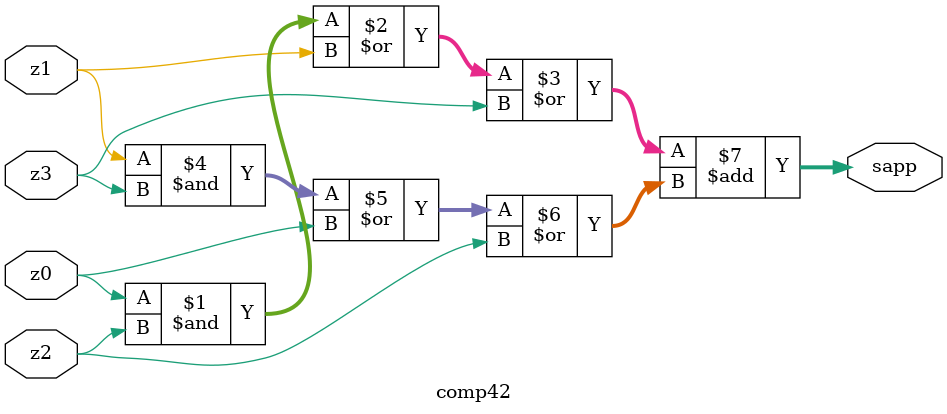
<source format=v>
module comp42(sapp,z0,z1,z2,z3);
input z0,z1,z2,z3;
output wire [2:0]sapp;
assign sapp = ((z0&z2)|z1|z3)+((z1&z3)|z0|z2);
endmodule

</source>
